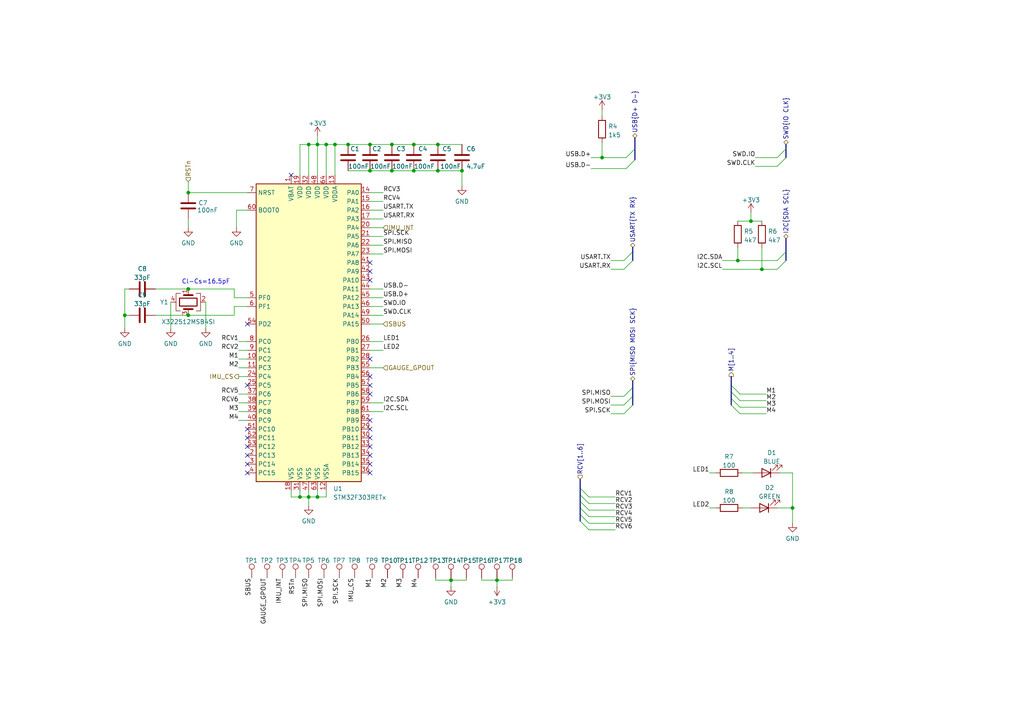
<source format=kicad_sch>
(kicad_sch (version 20211123) (generator eeschema)
  (paper "A4")
  (lib_symbols
    (symbol "Connector:TestPoint" (pin_numbers hide) (pin_names (offset 0.762) hide)
      (property "Reference" "TP" (at 0 6.858 0))
      (property "Value" "TestPoint" (at 0 5.08 0))
      (symbol "TestPoint_0_1"
        (circle (center 0 3.302) (radius 0.762))
      )
      (symbol "TestPoint_1_1"
        (pin passive line (at 0 0 90) (length 2.54) (name "1") (number "1"))
      )
    )
    (symbol "Device:C" (pin_numbers hide) (pin_names (offset 0.254))
      (property "Reference" "C" (at 0.635 2.54 0))
      (property "Value" "C" (at 0.635 -2.54 0))
      (symbol "C_0_1"
        (polyline (pts (xy -2.032 -0.762) (xy 2.032 -0.762)) (stroke (width 0.508)))
        (polyline (pts (xy -2.032 0.762) (xy 2.032 0.762)) (stroke (width 0.508)))
      )
      (symbol "C_1_1"
        (pin passive line (at 0 3.81 270) (length 2.794) (name "~") (number "1"))
        (pin passive line (at 0 -3.81 90) (length 2.794) (name "~") (number "2"))
      )
    )
    (symbol "Device:Crystal_GND24" (pin_names (offset 1.016) hide)
      (property "Reference" "Y" (at 3.175 5.08 0))
      (property "Value" "Crystal_GND24" (at 3.175 3.175 0))
      (symbol "Crystal_GND24_0_1"
        (rectangle (start -1.143 2.54) (end 1.143 -2.54) (stroke (width 0.3048)))
        (polyline (pts (xy -2.54 0) (xy -2.032 0)))
        (polyline (pts (xy -2.032 -1.27) (xy -2.032 1.27)) (stroke (width 0.508)))
        (polyline (pts (xy 0 -3.81) (xy 0 -3.556)))
        (polyline (pts (xy 0 3.556) (xy 0 3.81)))
        (polyline (pts (xy 2.032 -1.27) (xy 2.032 1.27)) (stroke (width 0.508)))
        (polyline (pts (xy 2.032 0) (xy 2.54 0)))
        (polyline (pts (xy -2.54 -2.286) (xy -2.54 -3.556) (xy 2.54 -3.556) (xy 2.54 -2.286)))
        (polyline (pts (xy -2.54 2.286) (xy -2.54 3.556) (xy 2.54 3.556) (xy 2.54 2.286)))
      )
      (symbol "Crystal_GND24_1_1"
        (pin passive line (at -3.81 0 0) (length 1.27) (name "1") (number "1"))
        (pin passive line (at 0 5.08 270) (length 1.27) (name "2") (number "2"))
        (pin passive line (at 3.81 0 180) (length 1.27) (name "3") (number "3"))
        (pin passive line (at 0 -5.08 90) (length 1.27) (name "4") (number "4"))
      )
    )
    (symbol "Device:LED" (pin_numbers hide) (pin_names (offset 1.016) hide)
      (property "Reference" "D" (at 0 2.54 0))
      (property "Value" "LED" (at 0 -2.54 0))
      (symbol "LED_0_1"
        (polyline (pts (xy -1.27 -1.27) (xy -1.27 1.27)) (stroke (width 0.254)))
        (polyline (pts (xy -1.27 0) (xy 1.27 0)))
        (polyline (pts (xy 1.27 -1.27) (xy 1.27 1.27) (xy -1.27 0) (xy 1.27 -1.27)) (stroke (width 0.254)))
        (polyline (pts (xy -3.048 -0.762) (xy -4.572 -2.286) (xy -3.81 -2.286) (xy -4.572 -2.286) (xy -4.572 -1.524)))
        (polyline (pts (xy -1.778 -0.762) (xy -3.302 -2.286) (xy -2.54 -2.286) (xy -3.302 -2.286) (xy -3.302 -1.524)))
      )
      (symbol "LED_1_1"
        (pin passive line (at -3.81 0 0) (length 2.54) (name "K") (number "1"))
        (pin passive line (at 3.81 0 180) (length 2.54) (name "A") (number "2"))
      )
    )
    (symbol "Device:R" (pin_numbers hide) (pin_names (offset 0))
      (property "Reference" "R" (at 2.032 0 90))
      (property "Value" "R" (at 0 0 90))
      (symbol "R_0_1"
        (rectangle (start -1.016 -2.54) (end 1.016 2.54) (stroke (width 0.254)))
      )
      (symbol "R_1_1"
        (pin passive line (at 0 3.81 270) (length 1.27) (name "~") (number "1"))
        (pin passive line (at 0 -3.81 90) (length 1.27) (name "~") (number "2"))
      )
    )
    (symbol "MCU_ST_STM32F3:STM32F303RETx"
      (property "Reference" "U" (at -15.24 44.45 0))
      (property "Value" "STM32F303RETx" (at 10.16 44.45 0))
      (symbol "STM32F303RETx_0_1"
        (rectangle (start -15.24 -43.18) (end 15.24 43.18) (stroke (width 0.254)) (fill (type background)))
      )
      (symbol "STM32F303RETx_1_1"
        (pin power_in line (at -5.08 45.72 270) (length 2.54) (name "VBAT") (number "1"))
        (pin bidirectional line (at -17.78 -7.62 0) (length 2.54) (name "PC2") (number "10"))
        (pin bidirectional line (at -17.78 -10.16 0) (length 2.54) (name "PC3") (number "11"))
        (pin power_in line (at 5.08 -45.72 90) (length 2.54) (name "VSSA") (number "12"))
        (pin power_in line (at 7.62 45.72 270) (length 2.54) (name "VDDA") (number "13"))
        (pin bidirectional line (at 17.78 40.64 180) (length 2.54) (name "PA0") (number "14"))
        (pin bidirectional line (at 17.78 38.1 180) (length 2.54) (name "PA1") (number "15"))
        (pin bidirectional line (at 17.78 35.56 180) (length 2.54) (name "PA2") (number "16"))
        (pin bidirectional line (at 17.78 33.02 180) (length 2.54) (name "PA3") (number "17"))
        (pin power_in line (at -5.08 -45.72 90) (length 2.54) (name "VSS") (number "18"))
        (pin power_in line (at -2.54 45.72 270) (length 2.54) (name "VDD") (number "19"))
        (pin bidirectional line (at -17.78 -35.56 0) (length 2.54) (name "PC13") (number "2"))
        (pin bidirectional line (at 17.78 30.48 180) (length 2.54) (name "PA4") (number "20"))
        (pin bidirectional line (at 17.78 27.94 180) (length 2.54) (name "PA5") (number "21"))
        (pin bidirectional line (at 17.78 25.4 180) (length 2.54) (name "PA6") (number "22"))
        (pin bidirectional line (at 17.78 22.86 180) (length 2.54) (name "PA7") (number "23"))
        (pin bidirectional line (at -17.78 -12.7 0) (length 2.54) (name "PC4") (number "24"))
        (pin bidirectional line (at -17.78 -15.24 0) (length 2.54) (name "PC5") (number "25"))
        (pin bidirectional line (at 17.78 -2.54 180) (length 2.54) (name "PB0") (number "26"))
        (pin bidirectional line (at 17.78 -5.08 180) (length 2.54) (name "PB1") (number "27"))
        (pin bidirectional line (at 17.78 -7.62 180) (length 2.54) (name "PB2") (number "28"))
        (pin bidirectional line (at 17.78 -27.94 180) (length 2.54) (name "PB10") (number "29"))
        (pin bidirectional line (at -17.78 -38.1 0) (length 2.54) (name "PC14") (number "3"))
        (pin bidirectional line (at 17.78 -30.48 180) (length 2.54) (name "PB11") (number "30"))
        (pin power_in line (at -2.54 -45.72 90) (length 2.54) (name "VSS") (number "31"))
        (pin power_in line (at 0 45.72 270) (length 2.54) (name "VDD") (number "32"))
        (pin bidirectional line (at 17.78 -33.02 180) (length 2.54) (name "PB12") (number "33"))
        (pin bidirectional line (at 17.78 -35.56 180) (length 2.54) (name "PB13") (number "34"))
        (pin bidirectional line (at 17.78 -38.1 180) (length 2.54) (name "PB14") (number "35"))
        (pin bidirectional line (at 17.78 -40.64 180) (length 2.54) (name "PB15") (number "36"))
        (pin bidirectional line (at -17.78 -17.78 0) (length 2.54) (name "PC6") (number "37"))
        (pin bidirectional line (at -17.78 -20.32 0) (length 2.54) (name "PC7") (number "38"))
        (pin bidirectional line (at -17.78 -22.86 0) (length 2.54) (name "PC8") (number "39"))
        (pin bidirectional line (at -17.78 -40.64 0) (length 2.54) (name "PC15") (number "4"))
        (pin bidirectional line (at -17.78 -25.4 0) (length 2.54) (name "PC9") (number "40"))
        (pin bidirectional line (at 17.78 20.32 180) (length 2.54) (name "PA8") (number "41"))
        (pin bidirectional line (at 17.78 17.78 180) (length 2.54) (name "PA9") (number "42"))
        (pin bidirectional line (at 17.78 15.24 180) (length 2.54) (name "PA10") (number "43"))
        (pin bidirectional line (at 17.78 12.7 180) (length 2.54) (name "PA11") (number "44"))
        (pin bidirectional line (at 17.78 10.16 180) (length 2.54) (name "PA12") (number "45"))
        (pin bidirectional line (at 17.78 7.62 180) (length 2.54) (name "PA13") (number "46"))
        (pin power_in line (at 0 -45.72 90) (length 2.54) (name "VSS") (number "47"))
        (pin power_in line (at 2.54 45.72 270) (length 2.54) (name "VDD") (number "48"))
        (pin bidirectional line (at 17.78 5.08 180) (length 2.54) (name "PA14") (number "49"))
        (pin input line (at -17.78 10.16 0) (length 2.54) (name "PF0") (number "5"))
        (pin bidirectional line (at 17.78 2.54 180) (length 2.54) (name "PA15") (number "50"))
        (pin bidirectional line (at -17.78 -27.94 0) (length 2.54) (name "PC10") (number "51"))
        (pin bidirectional line (at -17.78 -30.48 0) (length 2.54) (name "PC11") (number "52"))
        (pin bidirectional line (at -17.78 -33.02 0) (length 2.54) (name "PC12") (number "53"))
        (pin bidirectional line (at -17.78 2.54 0) (length 2.54) (name "PD2") (number "54"))
        (pin bidirectional line (at 17.78 -10.16 180) (length 2.54) (name "PB3") (number "55"))
        (pin bidirectional line (at 17.78 -12.7 180) (length 2.54) (name "PB4") (number "56"))
        (pin bidirectional line (at 17.78 -15.24 180) (length 2.54) (name "PB5") (number "57"))
        (pin bidirectional line (at 17.78 -17.78 180) (length 2.54) (name "PB6") (number "58"))
        (pin bidirectional line (at 17.78 -20.32 180) (length 2.54) (name "PB7") (number "59"))
        (pin input line (at -17.78 7.62 0) (length 2.54) (name "PF1") (number "6"))
        (pin input line (at -17.78 35.56 0) (length 2.54) (name "BOOT0") (number "60"))
        (pin bidirectional line (at 17.78 -22.86 180) (length 2.54) (name "PB8") (number "61"))
        (pin bidirectional line (at 17.78 -25.4 180) (length 2.54) (name "PB9") (number "62"))
        (pin power_in line (at 2.54 -45.72 90) (length 2.54) (name "VSS") (number "63"))
        (pin power_in line (at 5.08 45.72 270) (length 2.54) (name "VDD") (number "64"))
        (pin input line (at -17.78 40.64 0) (length 2.54) (name "NRST") (number "7"))
        (pin bidirectional line (at -17.78 -2.54 0) (length 2.54) (name "PC0") (number "8"))
        (pin bidirectional line (at -17.78 -5.08 0) (length 2.54) (name "PC1") (number "9"))
      )
    )
    (symbol "power:+3V3" (power) (pin_names (offset 0))
      (property "Value" "+3V3" (at 0 3.556 0))
      (symbol "+3V3_0_1"
        (polyline (pts (xy -0.762 1.27) (xy 0 2.54)))
        (polyline (pts (xy 0 0) (xy 0 2.54)))
        (polyline (pts (xy 0 2.54) (xy 0.762 1.27)))
      )
      (symbol "+3V3_1_1"
        (pin power_in line (at 0 0 90) (length 0) hide (name "+3V3") (number "1"))
      )
    )
    (symbol "power:GND" (power) (pin_names (offset 0))
      (property "Value" "GND" (at 0 -3.81 0))
      (symbol "GND_0_1"
        (polyline (pts (xy 0 0) (xy 0 -1.27) (xy 1.27 -1.27) (xy 0 -2.54) (xy -1.27 -1.27) (xy 0 -1.27)))
      )
      (symbol "GND_1_1"
        (pin power_in line (at 0 0 270) (length 0) hide (name "GND") (number "1"))
      )
    )
  )
  (junction (at 89.535 144.145))
  (junction (at 36.195 91.44))
  (junction (at 120.015 41.91))
  (junction (at 107.315 41.91))
  (junction (at 113.665 41.91))
  (junction (at 89.535 41.91))
  (junction (at 107.315 49.53))
  (junction (at 86.995 144.145))
  (junction (at 113.665 49.53))
  (junction (at 127 49.53))
  (junction (at 229.87 147.32))
  (junction (at 217.805 64.135))
  (junction (at 92.075 41.91))
  (junction (at 120.015 49.53))
  (junction (at 97.155 41.91))
  (junction (at 133.985 49.53))
  (junction (at 130.81 168.275))
  (junction (at 54.61 83.82))
  (junction (at 100.965 41.91))
  (junction (at 213.995 75.565))
  (junction (at 174.625 45.72))
  (junction (at 220.98 78.105))
  (junction (at 94.615 41.91))
  (junction (at 144.145 168.275))
  (junction (at 54.61 55.88))
  (junction (at 54.61 91.44))
  (junction (at 92.075 144.145))
  (junction (at 127 41.91))
  (no_connect (at 71.755 93.98))
  (no_connect (at 107.315 111.76))
  (no_connect (at 107.315 81.28))
  (no_connect (at 107.315 121.92))
  (no_connect (at 107.315 104.14))
  (no_connect (at 107.315 78.74))
  (no_connect (at 71.755 124.46))
  (no_connect (at 107.315 134.62))
  (no_connect (at 107.315 129.54))
  (no_connect (at 107.315 109.22))
  (no_connect (at 107.315 132.08))
  (no_connect (at 71.755 111.76))
  (no_connect (at 107.315 127))
  (no_connect (at 71.755 127))
  (no_connect (at 71.755 132.08))
  (no_connect (at 107.315 76.2))
  (no_connect (at 107.315 114.3))
  (no_connect (at 107.315 137.16))
  (no_connect (at 107.315 124.46))
  (no_connect (at 71.755 129.54))
  (no_connect (at 71.755 137.16))
  (no_connect (at 71.755 134.62))
  (no_connect (at 84.455 50.8))
  (bus_entry (at 180.975 120.015) (size 2.54 -2.54))
  (bus_entry (at 181.61 45.72) (size 2.54 -2.54))
  (bus_entry (at 180.975 78.105) (size 2.54 -2.54))
  (bus_entry (at 214.63 114.3) (size -2.54 -2.54))
  (bus_entry (at 170.815 149.86) (size -2.54 -2.54))
  (bus_entry (at 180.975 114.935) (size 2.54 -2.54))
  (bus_entry (at 170.815 151.765) (size -2.54 -2.54))
  (bus_entry (at 170.815 147.955) (size -2.54 -2.54))
  (bus_entry (at 225.425 45.72) (size 2.54 -2.54))
  (bus_entry (at 180.975 75.565) (size 2.54 -2.54))
  (bus_entry (at 225.425 78.105) (size 2.54 -2.54))
  (bus_entry (at 214.63 116.205) (size -2.54 -2.54))
  (bus_entry (at 214.63 120.015) (size -2.54 -2.54))
  (bus_entry (at 225.425 75.565) (size 2.54 -2.54))
  (bus_entry (at 170.815 153.67) (size -2.54 -2.54))
  (bus_entry (at 180.975 117.475) (size 2.54 -2.54))
  (bus_entry (at 181.61 48.895) (size 2.54 -2.54))
  (bus_entry (at 170.815 144.145) (size -2.54 -2.54))
  (bus_entry (at 170.815 146.05) (size -2.54 -2.54))
  (bus_entry (at 225.425 48.26) (size 2.54 -2.54))
  (bus_entry (at 214.63 118.11) (size -2.54 -2.54))
  (wire (pts (xy 86.995 142.24) (xy 86.995 144.145)))
  (wire (pts (xy 97.155 41.91) (xy 94.615 41.91)))
  (bus (pts (xy 212.09 109.22) (xy 212.09 111.76)))
  (wire (pts (xy 107.315 68.58) (xy 111.125 68.58)))
  (bus (pts (xy 227.965 69.215) (xy 227.965 73.025)))
  (wire (pts (xy 89.535 144.145) (xy 89.535 146.685)))
  (wire (pts (xy 219.075 45.72) (xy 225.425 45.72)))
  (wire (pts (xy 107.315 101.6) (xy 111.125 101.6)))
  (wire (pts (xy 107.315 86.36) (xy 111.125 86.36)))
  (wire (pts (xy 107.315 83.82) (xy 111.125 83.82)))
  (wire (pts (xy 209.55 75.565) (xy 213.995 75.565)))
  (bus (pts (xy 227.965 43.18) (xy 227.965 45.72)))
  (wire (pts (xy 100.965 49.53) (xy 107.315 49.53)))
  (bus (pts (xy 183.515 114.935) (xy 183.515 117.475)))
  (bus (pts (xy 168.275 143.51) (xy 168.275 145.415)))
  (wire (pts (xy 68.58 60.96) (xy 68.58 66.04)))
  (wire (pts (xy 130.81 167.64) (xy 130.81 168.275)))
  (wire (pts (xy 67.945 83.82) (xy 54.61 83.82)))
  (wire (pts (xy 177.165 78.105) (xy 180.975 78.105)))
  (wire (pts (xy 170.815 153.67) (xy 178.435 153.67)))
  (wire (pts (xy 67.945 91.44) (xy 67.945 88.9)))
  (bus (pts (xy 183.515 73.025) (xy 183.515 75.565)))
  (wire (pts (xy 97.155 50.8) (xy 97.155 41.91)))
  (wire (pts (xy 54.61 55.88) (xy 54.61 52.705)))
  (wire (pts (xy 174.625 31.75) (xy 174.625 33.655)))
  (wire (pts (xy 107.315 60.96) (xy 111.125 60.96)))
  (wire (pts (xy 213.995 75.565) (xy 225.425 75.565)))
  (wire (pts (xy 107.315 73.66) (xy 111.125 73.66)))
  (wire (pts (xy 107.315 116.84) (xy 111.125 116.84)))
  (wire (pts (xy 84.455 144.145) (xy 86.995 144.145)))
  (wire (pts (xy 69.215 119.38) (xy 71.755 119.38)))
  (wire (pts (xy 144.145 168.275) (xy 139.7 168.275)))
  (wire (pts (xy 174.625 41.275) (xy 174.625 45.72)))
  (wire (pts (xy 107.315 99.06) (xy 111.125 99.06)))
  (bus (pts (xy 227.965 73.025) (xy 227.965 75.565)))
  (wire (pts (xy 219.075 48.26) (xy 225.425 48.26)))
  (wire (pts (xy 45.085 91.44) (xy 54.61 91.44)))
  (wire (pts (xy 148.59 168.275) (xy 144.145 168.275)))
  (bus (pts (xy 168.275 139.065) (xy 168.275 141.605)))
  (wire (pts (xy 69.215 109.22) (xy 71.755 109.22)))
  (wire (pts (xy 36.195 91.44) (xy 36.195 95.25)))
  (wire (pts (xy 107.315 71.12) (xy 111.125 71.12)))
  (wire (pts (xy 170.815 147.955) (xy 178.435 147.955)))
  (wire (pts (xy 130.81 168.275) (xy 135.255 168.275)))
  (bus (pts (xy 168.275 145.415) (xy 168.275 147.32)))
  (wire (pts (xy 217.805 64.135) (xy 220.98 64.135)))
  (wire (pts (xy 220.98 78.105) (xy 225.425 78.105)))
  (wire (pts (xy 174.625 45.72) (xy 181.61 45.72)))
  (wire (pts (xy 49.53 87.63) (xy 49.53 95.25)))
  (bus (pts (xy 227.965 41.91) (xy 227.965 43.18)))
  (wire (pts (xy 170.815 144.145) (xy 178.435 144.145)))
  (wire (pts (xy 130.81 168.275) (xy 130.81 170.18)))
  (wire (pts (xy 86.995 41.91) (xy 89.535 41.91)))
  (wire (pts (xy 215.265 147.32) (xy 217.805 147.32)))
  (wire (pts (xy 144.145 168.275) (xy 144.145 167.64)))
  (wire (pts (xy 67.945 83.82) (xy 67.945 86.36)))
  (wire (pts (xy 214.63 118.11) (xy 222.25 118.11)))
  (wire (pts (xy 205.74 137.16) (xy 207.645 137.16)))
  (wire (pts (xy 67.945 86.36) (xy 71.755 86.36)))
  (wire (pts (xy 214.63 120.015) (xy 222.25 120.015)))
  (wire (pts (xy 97.155 41.91) (xy 100.965 41.91)))
  (wire (pts (xy 54.61 63.5) (xy 54.61 66.04)))
  (wire (pts (xy 92.075 144.145) (xy 94.615 144.145)))
  (bus (pts (xy 168.275 149.225) (xy 168.275 151.13)))
  (wire (pts (xy 92.075 142.24) (xy 92.075 144.145)))
  (bus (pts (xy 168.275 147.32) (xy 168.275 149.225)))
  (bus (pts (xy 168.275 141.605) (xy 168.275 143.51)))
  (wire (pts (xy 107.315 58.42) (xy 111.125 58.42)))
  (wire (pts (xy 139.7 168.275) (xy 139.7 167.64)))
  (bus (pts (xy 212.09 113.665) (xy 212.09 115.57)))
  (wire (pts (xy 209.55 78.105) (xy 220.98 78.105)))
  (wire (pts (xy 177.165 114.935) (xy 180.975 114.935)))
  (bus (pts (xy 184.15 43.18) (xy 184.15 46.355)))
  (wire (pts (xy 37.465 83.82) (xy 36.195 83.82)))
  (wire (pts (xy 84.455 142.24) (xy 84.455 144.145)))
  (wire (pts (xy 171.45 45.72) (xy 174.625 45.72)))
  (wire (pts (xy 86.995 144.145) (xy 89.535 144.145)))
  (wire (pts (xy 126.365 168.275) (xy 130.81 168.275)))
  (wire (pts (xy 36.195 91.44) (xy 37.465 91.44)))
  (wire (pts (xy 107.315 41.91) (xy 113.665 41.91)))
  (wire (pts (xy 177.165 117.475) (xy 180.975 117.475)))
  (wire (pts (xy 170.815 149.86) (xy 178.435 149.86)))
  (wire (pts (xy 207.645 147.32) (xy 205.74 147.32)))
  (wire (pts (xy 67.945 88.9) (xy 71.755 88.9)))
  (bus (pts (xy 212.09 111.76) (xy 212.09 113.665)))
  (wire (pts (xy 69.215 116.84) (xy 71.755 116.84)))
  (wire (pts (xy 45.085 83.82) (xy 54.61 83.82)))
  (wire (pts (xy 107.315 91.44) (xy 111.125 91.44)))
  (bus (pts (xy 184.15 40.005) (xy 184.15 43.18)))
  (wire (pts (xy 59.69 87.63) (xy 59.69 95.25)))
  (wire (pts (xy 225.425 147.32) (xy 229.87 147.32)))
  (wire (pts (xy 229.87 147.32) (xy 229.87 151.765)))
  (wire (pts (xy 100.965 41.91) (xy 107.315 41.91)))
  (wire (pts (xy 92.075 39.37) (xy 92.075 41.91)))
  (wire (pts (xy 170.815 146.05) (xy 178.435 146.05)))
  (wire (pts (xy 220.98 71.755) (xy 220.98 78.105)))
  (wire (pts (xy 113.665 41.91) (xy 120.015 41.91)))
  (wire (pts (xy 68.58 60.96) (xy 71.755 60.96)))
  (wire (pts (xy 171.45 48.895) (xy 181.61 48.895)))
  (wire (pts (xy 71.755 104.14) (xy 69.215 104.14)))
  (wire (pts (xy 214.63 114.3) (xy 222.25 114.3)))
  (wire (pts (xy 133.985 49.53) (xy 133.985 53.975)))
  (wire (pts (xy 107.315 106.68) (xy 111.125 106.68)))
  (bus (pts (xy 183.515 71.755) (xy 183.515 73.025)))
  (wire (pts (xy 113.665 49.53) (xy 120.015 49.53)))
  (wire (pts (xy 107.315 88.9) (xy 111.125 88.9)))
  (wire (pts (xy 107.315 63.5) (xy 111.125 63.5)))
  (wire (pts (xy 127 41.91) (xy 133.985 41.91)))
  (wire (pts (xy 89.535 41.91) (xy 89.535 50.8)))
  (wire (pts (xy 170.815 151.765) (xy 178.435 151.765)))
  (wire (pts (xy 54.61 55.88) (xy 71.755 55.88)))
  (wire (pts (xy 36.195 83.82) (xy 36.195 91.44)))
  (wire (pts (xy 107.315 119.38) (xy 111.125 119.38)))
  (wire (pts (xy 229.87 137.16) (xy 229.87 147.32)))
  (wire (pts (xy 89.535 41.91) (xy 92.075 41.91)))
  (wire (pts (xy 177.165 120.015) (xy 180.975 120.015)))
  (wire (pts (xy 126.365 167.64) (xy 126.365 168.275)))
  (wire (pts (xy 213.995 71.755) (xy 213.995 75.565)))
  (wire (pts (xy 107.315 49.53) (xy 113.665 49.53)))
  (wire (pts (xy 226.06 137.16) (xy 229.87 137.16)))
  (wire (pts (xy 127 49.53) (xy 133.985 49.53)))
  (wire (pts (xy 94.615 41.91) (xy 94.615 50.8)))
  (wire (pts (xy 135.255 168.275) (xy 135.255 167.64)))
  (bus (pts (xy 183.515 110.49) (xy 183.515 112.395)))
  (wire (pts (xy 69.215 101.6) (xy 71.755 101.6)))
  (wire (pts (xy 107.315 55.88) (xy 111.125 55.88)))
  (wire (pts (xy 71.755 114.3) (xy 69.215 114.3)))
  (wire (pts (xy 92.075 41.91) (xy 92.075 50.8)))
  (wire (pts (xy 177.165 75.565) (xy 180.975 75.565)))
  (wire (pts (xy 69.215 99.06) (xy 71.755 99.06)))
  (wire (pts (xy 215.265 137.16) (xy 218.44 137.16)))
  (wire (pts (xy 89.535 144.145) (xy 92.075 144.145)))
  (wire (pts (xy 94.615 144.145) (xy 94.615 142.24)))
  (wire (pts (xy 120.015 41.91) (xy 127 41.91)))
  (bus (pts (xy 212.09 115.57) (xy 212.09 117.475)))
  (wire (pts (xy 69.215 121.92) (xy 71.755 121.92)))
  (wire (pts (xy 148.59 167.64) (xy 148.59 168.275)))
  (wire (pts (xy 120.015 49.53) (xy 127 49.53)))
  (wire (pts (xy 217.805 64.135) (xy 217.805 61.595)))
  (wire (pts (xy 214.63 116.205) (xy 222.25 116.205)))
  (wire (pts (xy 89.535 142.24) (xy 89.535 144.145)))
  (wire (pts (xy 107.315 93.98) (xy 111.125 93.98)))
  (wire (pts (xy 86.995 41.91) (xy 86.995 50.8)))
  (wire (pts (xy 54.61 91.44) (xy 67.945 91.44)))
  (wire (pts (xy 92.075 41.91) (xy 94.615 41.91)))
  (wire (pts (xy 144.145 170.18) (xy 144.145 168.275)))
  (wire (pts (xy 213.995 64.135) (xy 217.805 64.135)))
  (wire (pts (xy 107.315 66.04) (xy 111.125 66.04)))
  (wire (pts (xy 69.215 106.68) (xy 71.755 106.68)))
  (bus (pts (xy 183.515 112.395) (xy 183.515 114.935)))
  (text "Cl-Cs=16.5pF" (at 52.705 82.55 0) (effects (font (size 1.27 1.27)) (justify left bottom)))
  (label "M4" (at 121.285 167.64 270))
  (label "USART.RX" (at 177.165 78.105 180))
  (label "M1" (at 69.215 104.14 180))
  (label "SWD.CLK" (at 111.125 91.44 0))
  (label "LED2" (at 205.74 147.32 180))
  (label "SPI.MISO" (at 177.165 114.935 180))
  (label "USART.RX" (at 111.125 63.5 0))
  (label "LED1" (at 111.125 99.06 0))
  (label "SPI.SCK" (at 111.125 68.58 0))
  (label "USART.TX" (at 111.125 60.96 0))
  (label "RCV6" (at 178.435 153.67 0))
  (label "SWD.IO" (at 111.125 88.9 0))
  (label "M4" (at 222.25 120.015 0))
  (label "RSTn" (at 85.725 167.64 270))
  (label "SPI.MISO" (at 89.535 167.64 270))
  (label "M1" (at 107.95 167.64 270))
  (label "USB.D-" (at 171.45 48.895 180))
  (label "SWD.CLK" (at 219.075 48.26 180))
  (label "I2C.SDA" (at 111.125 116.84 0))
  (label "M4" (at 69.215 121.92 180))
  (label "I2C.SCL" (at 209.55 78.105 180))
  (label "USB.D+" (at 171.45 45.72 180))
  (label "LED2" (at 111.125 101.6 0))
  (label "SWD.IO" (at 219.075 45.72 180))
  (label "IMU_INT" (at 81.915 167.64 270))
  (label "M3" (at 222.25 118.11 0))
  (label "IMU_CS" (at 102.87 167.64 270))
  (label "M3" (at 116.84 167.64 270))
  (label "M2" (at 112.395 167.64 270))
  (label "M3" (at 69.215 119.38 180))
  (label "SPI.MOSI" (at 93.98 167.64 270))
  (label "RCV5" (at 178.435 151.765 0))
  (label "RCV4" (at 178.435 149.86 0))
  (label "RCV3" (at 178.435 147.955 0))
  (label "RCV3" (at 111.125 55.88 0))
  (label "RCV2" (at 69.215 101.6 180))
  (label "RCV5" (at 69.215 114.3 180))
  (label "RCV4" (at 111.125 58.42 0))
  (label "SPI.MOSI" (at 177.165 117.475 180))
  (label "SPI.MISO" (at 111.125 71.12 0))
  (label "I2C.SCL" (at 111.125 119.38 0))
  (label "SPI.SCK" (at 177.165 120.015 180))
  (label "USB.D-" (at 111.125 83.82 0))
  (label "USB.D+" (at 111.125 86.36 0))
  (label "RCV1" (at 178.435 144.145 0))
  (label "I2C.SDA" (at 209.55 75.565 180))
  (label "GAUGE_GPOUT" (at 77.47 167.64 270))
  (label "M1" (at 222.25 114.3 0))
  (label "RCV1" (at 69.215 99.06 180))
  (label "M2" (at 222.25 116.205 0))
  (label "SPI.MOSI" (at 111.125 73.66 0))
  (label "USART.TX" (at 177.165 75.565 180))
  (label "LED1" (at 205.74 137.16 180))
  (label "RCV2" (at 178.435 146.05 0))
  (label "SPI.SCK" (at 98.425 167.64 270))
  (label "M2" (at 69.215 106.68 180))
  (label "RCV6" (at 69.215 116.84 180))
  (label "SBUS" (at 73.025 167.64 270))
  (hierarchical_label "RSTn" (shape input) (at 54.61 52.705 90))
  (hierarchical_label "IMU_INT" (shape input) (at 111.125 66.04 0))
  (hierarchical_label "M[1..4]" (shape output) (at 212.09 109.22 90))
  (hierarchical_label "SBUS" (shape input) (at 111.125 93.98 0))
  (hierarchical_label "USB{D+ D-}" (shape bidirectional) (at 184.15 40.005 90))
  (hierarchical_label "USART{TX RX}" (shape bidirectional) (at 183.515 71.755 90))
  (hierarchical_label "GAUGE_GPOUT" (shape input) (at 111.125 106.68 0))
  (hierarchical_label "SWD{IO CLK}" (shape bidirectional) (at 227.965 41.91 90))
  (hierarchical_label "I2C{SDA SCL}" (shape bidirectional) (at 227.965 69.215 90))
  (hierarchical_label "RCV[1..6]" (shape input) (at 168.275 139.065 90))
  (hierarchical_label "SPI{MISO MOSI SCK}" (shape bidirectional) (at 183.515 110.49 90))
  (hierarchical_label "IMU_CS" (shape output) (at 69.215 109.22 180))
  (symbol (lib_id "MCU_ST_STM32F3:STM32F303RETx") (at 89.535 96.52 0) (unit 1)
    (property "Reference" "U1" (at 96.6344 141.7304 0) (effects (justify left)))
    (property "Value" "STM32F303RETx" (at 96.6344 144.2673 0) (effects (justify left)))
    (property "Footprint" "Package_QFP:LQFP-64_10x10mm_P0.5mm" (effects hide))
    (property "Datasheet" "http://www.st.com/st-web-ui/static/active/en/resource/technical/document/datasheet/DM00118585.pdf" (effects hide))
    (property "JLC" "LQFP-64(10x10)" (effects hide))
    (property "LCSC" "C183214" (effects hide))
  )
  (symbol (lib_id "power:GND") (at 133.985 53.975 0) (unit 1)
    (property "Reference" "#PWR011" (effects hide))
    (property "Value" "GND" (at 133.985 58.4184 0))
  )
  (symbol (lib_id "power:GND") (at 36.195 95.25 0) (unit 1)
    (property "Reference" "#PWR015" (effects hide))
    (property "Value" "GND" (at 36.195 99.695 0))
  )
  (symbol (lib_id "Device:R") (at 174.625 37.465 0) (unit 1)
    (property "Reference" "R4" (at 176.403 36.6303 0) (effects (justify left)))
    (property "Value" "1k5" (at 176.403 39.1672 0) (effects (justify left)))
    (property "Footprint" "Resistor_SMD:R_0402_1005Metric" (effects hide))
    (property "JLC" "0402" (effects hide))
    (property "LCSC" " C25867" (effects hide))
  )
  (symbol (lib_id "Connector:TestPoint") (at 98.425 167.64 0) (unit 1)
    (property "Reference" "TP7" (at 96.52 162.56 0) (effects (justify left)))
    (property "Value" "TestPoint" (effects hide))
    (property "Footprint" "TestPoint:TestPoint_Pad_D1.0mm" (effects hide))
  )
  (symbol (lib_id "Connector:TestPoint") (at 126.365 167.64 0) (unit 1)
    (property "Reference" "TP13" (at 124.46 162.56 0) (effects (justify left)))
    (property "Value" "TestPoint" (effects hide))
    (property "Footprint" "TestPoint:TestPoint_Pad_D1.0mm" (effects hide))
  )
  (symbol (lib_id "power:+3V3") (at 92.075 39.37 0) (unit 1)
    (property "Reference" "#PWR010" (effects hide))
    (property "Value" "+3V3" (at 92.075 35.7942 0))
  )
  (symbol (lib_id "Connector:TestPoint") (at 121.285 167.64 0) (unit 1)
    (property "Reference" "TP12" (at 119.38 162.56 0) (effects (justify left)))
    (property "Value" "TestPoint" (effects hide))
    (property "Footprint" "TestPoint:TestPoint_Pad_D1.0mm" (effects hide))
  )
  (symbol (lib_id "power:GND") (at 89.535 146.685 0) (unit 1)
    (property "Reference" "#PWR018" (effects hide))
    (property "Value" "GND" (at 89.535 151.1284 0))
  )
  (symbol (lib_id "Device:R") (at 213.995 67.945 0) (unit 1)
    (property "Reference" "R5" (at 215.773 67.1103 0) (effects (justify left)))
    (property "Value" "4k7" (at 215.773 69.6472 0) (effects (justify left)))
    (property "Footprint" "Resistor_SMD:R_0402_1005Metric" (effects hide))
    (property "JLC" "0402" (effects hide))
    (property "LCSC" " C25900" (effects hide))
  )
  (symbol (lib_id "Connector:TestPoint") (at 85.725 167.64 0) (unit 1)
    (property "Reference" "TP4" (at 83.82 162.56 0) (effects (justify left)))
    (property "Value" "TestPoint" (effects hide))
    (property "Footprint" "TestPoint:TestPoint_Pad_D1.0mm" (effects hide))
  )
  (symbol (lib_id "power:+3V3") (at 217.805 61.595 0) (unit 1)
    (property "Reference" "#PWR012" (effects hide))
    (property "Value" "+3V3" (at 217.805 58.0192 0))
  )
  (symbol (lib_id "Connector:TestPoint") (at 130.81 167.64 0) (unit 1)
    (property "Reference" "TP14" (at 128.905 162.56 0) (effects (justify left)))
    (property "Value" "TestPoint" (effects hide))
    (property "Footprint" "TestPoint:TestPoint_Pad_D1.0mm" (effects hide))
  )
  (symbol (lib_id "power:GND") (at 130.81 170.18 0) (unit 1)
    (property "Reference" "#PWR020" (effects hide))
    (property "Value" "GND" (at 130.81 174.6234 0))
  )
  (symbol (lib_id "Device:R") (at 211.455 137.16 90) (unit 1)
    (property "Reference" "R7" (at 211.455 132.4442 90))
    (property "Value" "100" (at 211.455 134.9811 90))
    (property "Footprint" "Resistor_SMD:R_0402_1005Metric" (effects hide))
    (property "JLC" "0402" (effects hide))
    (property "LCSC" " C25076" (effects hide))
  )
  (symbol (lib_id "Connector:TestPoint") (at 148.59 167.64 0) (unit 1)
    (property "Reference" "TP18" (at 146.685 162.56 0) (effects (justify left)))
    (property "Value" "TestPoint" (effects hide))
    (property "Footprint" "TestPoint:TestPoint_Pad_D1.0mm" (effects hide))
  )
  (symbol (lib_id "Device:C") (at 41.275 83.82 90) (unit 1)
    (property "Reference" "C8" (at 41.275 77.9612 90))
    (property "Value" "33pF" (at 41.275 80.4981 90))
    (property "Footprint" "Capacitor_SMD:C_0402_1005Metric" (effects hide))
    (property "JLC" "0402" (effects hide))
    (property "LCSC" "C1562" (effects hide))
  )
  (symbol (lib_id "power:GND") (at 59.69 95.25 0) (unit 1)
    (property "Reference" "#PWR017" (effects hide))
    (property "Value" "GND" (at 59.69 99.6934 0))
  )
  (symbol (lib_id "power:+3V3") (at 174.625 31.75 0) (unit 1)
    (property "Reference" "#PWR09" (effects hide))
    (property "Value" "+3V3" (at 174.625 28.1742 0))
  )
  (symbol (lib_id "Device:C") (at 127 45.72 0) (unit 1)
    (property "Reference" "C5" (at 128.27 43.18 0) (effects (justify left)))
    (property "Value" "100nF" (at 127.635 48.26 0) (effects (justify left)))
    (property "Footprint" "Capacitor_SMD:C_0402_1005Metric" (effects hide))
    (property "JLC" "0402" (effects hide))
    (property "LCSC" "C1525" (effects hide))
  )
  (symbol (lib_id "Device:C") (at 120.015 45.72 0) (unit 1)
    (property "Reference" "C4" (at 121.285 43.18 0) (effects (justify left)))
    (property "Value" "100nF" (at 120.015 48.26 0) (effects (justify left)))
    (property "Footprint" "Capacitor_SMD:C_0402_1005Metric" (effects hide))
    (property "JLC" "0402" (effects hide))
    (property "LCSC" "C1525" (effects hide))
  )
  (symbol (lib_id "Device:C") (at 100.965 45.72 0) (unit 1)
    (property "Reference" "C1" (at 101.6 43.18 0) (effects (justify left)))
    (property "Value" "100nF" (at 100.965 48.26 0) (effects (justify left)))
    (property "Footprint" "Capacitor_SMD:C_0402_1005Metric" (effects hide))
    (property "JLC" "0402" (effects hide))
    (property "LCSC" "C1525" (effects hide))
  )
  (symbol (lib_id "power:+3V3") (at 144.145 170.18 180) (unit 1)
    (property "Reference" "#PWR021" (effects hide))
    (property "Value" "+3V3" (at 144.145 174.625 0))
  )
  (symbol (lib_id "Device:R") (at 211.455 147.32 90) (unit 1)
    (property "Reference" "R8" (at 211.455 142.6042 90))
    (property "Value" "100" (at 211.455 145.1411 90))
    (property "Footprint" "Resistor_SMD:R_0402_1005Metric" (effects hide))
    (property "JLC" "0402" (effects hide))
    (property "LCSC" " C25076" (effects hide))
  )
  (symbol (lib_id "Device:LED") (at 222.25 137.16 180) (unit 1)
    (property "Reference" "D1" (at 223.8375 131.3012 0))
    (property "Value" "BLUE" (at 223.8375 133.8381 0))
    (property "Footprint" "LED_SMD:LED_0603_1608Metric" (effects hide))
    (property "JLC" "0603" (effects hide))
    (property "LCSC" "C72041" (effects hide))
  )
  (symbol (lib_id "Connector:TestPoint") (at 81.915 167.64 0) (unit 1)
    (property "Reference" "TP3" (at 80.01 162.56 0) (effects (justify left)))
    (property "Value" "TestPoint" (effects hide))
    (property "Footprint" "TestPoint:TestPoint_Pad_D1.0mm" (effects hide))
  )
  (symbol (lib_id "power:GND") (at 49.53 95.25 0) (unit 1)
    (property "Reference" "#PWR016" (effects hide))
    (property "Value" "GND" (at 49.53 99.6934 0))
  )
  (symbol (lib_id "power:GND") (at 229.87 151.765 0) (unit 1)
    (property "Reference" "#PWR019" (effects hide))
    (property "Value" "GND" (at 229.87 156.2084 0))
  )
  (symbol (lib_id "Connector:TestPoint") (at 89.535 167.64 0) (unit 1)
    (property "Reference" "TP5" (at 87.63 162.56 0) (effects (justify left)))
    (property "Value" "TestPoint" (effects hide))
    (property "Footprint" "TestPoint:TestPoint_Pad_D1.0mm" (effects hide))
  )
  (symbol (lib_id "Device:LED") (at 221.615 147.32 180) (unit 1)
    (property "Reference" "D2" (at 223.2025 141.4612 0))
    (property "Value" "GREEN" (at 223.2025 143.9981 0))
    (property "Footprint" "LED_SMD:LED_0603_1608Metric" (effects hide))
    (property "JLC" "0603" (effects hide))
    (property "LCSC" "C72043" (effects hide))
  )
  (symbol (lib_id "Connector:TestPoint") (at 93.98 167.64 0) (unit 1)
    (property "Reference" "TP6" (at 92.075 162.56 0) (effects (justify left)))
    (property "Value" "TestPoint" (effects hide))
    (property "Footprint" "TestPoint:TestPoint_Pad_D1.0mm" (effects hide))
  )
  (symbol (lib_id "Connector:TestPoint") (at 77.47 167.64 0) (unit 1)
    (property "Reference" "TP2" (at 75.565 162.56 0) (effects (justify left)))
    (property "Value" "TestPoint" (effects hide))
    (property "Footprint" "TestPoint:TestPoint_Pad_D1.0mm" (effects hide))
  )
  (symbol (lib_id "Connector:TestPoint") (at 102.87 167.64 0) (unit 1)
    (property "Reference" "TP8" (at 100.965 162.56 0) (effects (justify left)))
    (property "Value" "TestPoint" (effects hide))
    (property "Footprint" "TestPoint:TestPoint_Pad_D1.0mm" (effects hide))
  )
  (symbol (lib_id "Connector:TestPoint") (at 139.7 167.64 0) (unit 1)
    (property "Reference" "TP16" (at 137.795 162.56 0) (effects (justify left)))
    (property "Value" "TestPoint" (effects hide))
    (property "Footprint" "TestPoint:TestPoint_Pad_D1.0mm" (effects hide))
  )
  (symbol (lib_id "power:GND") (at 68.58 66.04 0) (unit 1)
    (property "Reference" "#PWR014" (effects hide))
    (property "Value" "GND" (at 68.58 70.4834 0))
  )
  (symbol (lib_id "Device:C") (at 54.61 59.69 0) (unit 1)
    (property "Reference" "C7" (at 57.531 58.8553 0) (effects (justify left)))
    (property "Value" "100nF" (at 57.15 60.96 0) (effects (justify left)))
    (property "Footprint" "Capacitor_SMD:C_0402_1005Metric" (effects hide))
    (property "JLC" "0402" (effects hide))
    (property "LCSC" "C1525" (effects hide))
  )
  (symbol (lib_id "Connector:TestPoint") (at 112.395 167.64 0) (unit 1)
    (property "Reference" "TP10" (at 110.49 162.56 0) (effects (justify left)))
    (property "Value" "TestPoint" (effects hide))
    (property "Footprint" "TestPoint:TestPoint_Pad_D1.0mm" (effects hide))
  )
  (symbol (lib_id "Device:C") (at 113.665 45.72 0) (unit 1)
    (property "Reference" "C3" (at 114.935 43.18 0) (effects (justify left)))
    (property "Value" "100nF" (at 113.665 48.26 0) (effects (justify left)))
    (property "Footprint" "Capacitor_SMD:C_0402_1005Metric" (effects hide))
    (property "JLC" "0402" (effects hide))
    (property "LCSC" "C1525" (effects hide))
  )
  (symbol (lib_id "Connector:TestPoint") (at 135.255 167.64 0) (unit 1)
    (property "Reference" "TP15" (at 133.35 162.56 0) (effects (justify left)))
    (property "Value" "TestPoint" (effects hide))
    (property "Footprint" "TestPoint:TestPoint_Pad_D1.0mm" (effects hide))
  )
  (symbol (lib_id "Device:C") (at 133.985 45.72 0) (unit 1)
    (property "Reference" "C6" (at 135.255 43.18 0) (effects (justify left)))
    (property "Value" "4.7uF" (at 135.255 48.26 0) (effects (justify left)))
    (property "Footprint" "Capacitor_SMD:C_0402_1005Metric" (effects hide))
    (property "JLC" "0402" (effects hide))
    (property "LCSC" "C23733" (effects hide))
  )
  (symbol (lib_id "Device:C") (at 107.315 45.72 0) (unit 1)
    (property "Reference" "C2" (at 107.95 43.18 0) (effects (justify left)))
    (property "Value" "100nF" (at 107.315 48.26 0) (effects (justify left)))
    (property "Footprint" "Capacitor_SMD:C_0402_1005Metric" (effects hide))
    (property "JLC" "0402" (effects hide))
    (property "LCSC" "C1525" (effects hide))
  )
  (symbol (lib_id "Device:Crystal_GND24") (at 54.61 87.63 270) (unit 1)
    (property "Reference" "Y1" (at 47.625 87.63 90))
    (property "Value" "X322512MSB4SI" (at 54.61 93.345 90))
    (property "Footprint" "Crystal:Crystal_SMD_3225-4Pin_3.2x2.5mm" (effects hide))
    (property "JLC" "SMD3225-4P" (effects hide))
    (property "LCSC" "C9002" (effects hide))
  )
  (symbol (lib_id "Connector:TestPoint") (at 144.145 167.64 0) (unit 1)
    (property "Reference" "TP17" (at 142.24 162.56 0) (effects (justify left)))
    (property "Value" "TestPoint" (effects hide))
    (property "Footprint" "TestPoint:TestPoint_Pad_D1.0mm" (effects hide))
  )
  (symbol (lib_id "power:GND") (at 54.61 66.04 0) (unit 1)
    (property "Reference" "#PWR013" (effects hide))
    (property "Value" "GND" (at 54.61 70.4834 0))
  )
  (symbol (lib_id "Connector:TestPoint") (at 107.95 167.64 0) (unit 1)
    (property "Reference" "TP9" (at 106.045 162.56 0) (effects (justify left)))
    (property "Value" "TestPoint" (effects hide))
    (property "Footprint" "TestPoint:TestPoint_Pad_D1.0mm" (effects hide))
  )
  (symbol (lib_id "Device:C") (at 41.275 91.44 90) (unit 1)
    (property "Reference" "C9" (at 41.275 85.5812 90))
    (property "Value" "33pF" (at 41.275 88.1181 90))
    (property "Footprint" "Capacitor_SMD:C_0402_1005Metric" (effects hide))
    (property "JLC" "0402" (effects hide))
    (property "LCSC" "C1562" (effects hide))
  )
  (symbol (lib_id "Connector:TestPoint") (at 116.84 167.64 0) (unit 1)
    (property "Reference" "TP11" (at 114.935 162.56 0) (effects (justify left)))
    (property "Value" "TestPoint" (effects hide))
    (property "Footprint" "TestPoint:TestPoint_Pad_D1.0mm" (effects hide))
  )
  (symbol (lib_id "Connector:TestPoint") (at 73.025 167.64 0) (unit 1)
    (property "Reference" "TP1" (at 71.12 162.56 0) (effects (justify left)))
    (property "Value" "TestPoint" (effects hide))
    (property "Footprint" "TestPoint:TestPoint_Pad_D1.0mm" (effects hide))
  )
  (symbol (lib_id "Device:R") (at 220.98 67.945 0) (unit 1)
    (property "Reference" "R6" (at 222.758 67.1103 0) (effects (justify left)))
    (property "Value" "4k7" (at 222.758 69.6472 0) (effects (justify left)))
    (property "Footprint" "Resistor_SMD:R_0402_1005Metric" (effects hide))
    (property "JLC" "0402" (effects hide))
    (property "LCSC" " C25900" (effects hide))
  )
)
</source>
